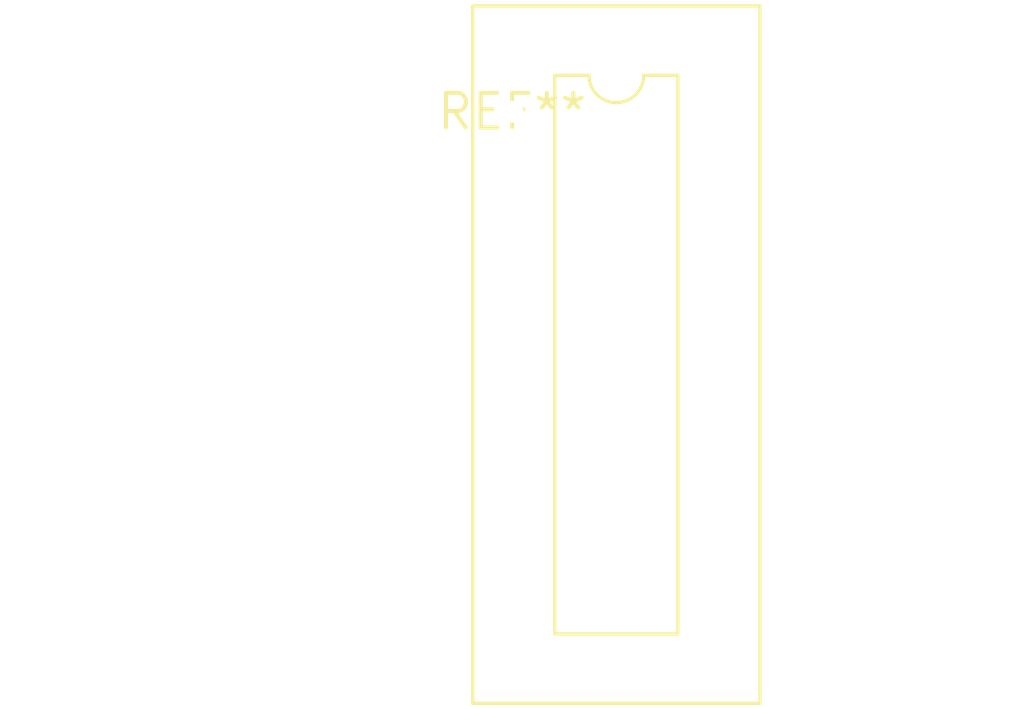
<source format=kicad_pcb>
(kicad_pcb (version 20240108) (generator pcbnew)
  (layers (0 "F.Cu" signal) (31 "B.Cu" signal) (34 "B.Paste" user) (35 "F.Paste" user) (36 "B.SilkS" user "B.Silkscreen") (37 "F.SilkS" user "F.Silkscreen") (38 "B.Mask" user) (39 "F.Mask" user) (44 "Edge.Cuts" user))
  (net 0 "")
  (footprint "DIP-8-16_W7.62mm_Socket_LongPads" (layer "F.Cu") (at 0 0)
    (property "Reference" "REF**")
    (property "Value" "DIP-8-16_W7.62mm_Socket_LongPads")
    (fp_line (start -1.44 -3.87) (end -1.44 21.65) (layer "F.SilkS") (stroke (width 0.12)))
    (fp_line (start -1.44 21.65) (end 9.06 21.65) (layer "F.SilkS") (stroke (width 0.12)))
    (fp_line (start 1.56 -1.33) (end 1.56 19.11) (layer "F.SilkS") (stroke (width 0.12)))
    (fp_line (start 1.56 19.11) (end 6.06 19.11) (layer "F.SilkS") (stroke (width 0.12)))
    (fp_line (start 2.81 -1.33) (end 1.56 -1.33) (layer "F.SilkS") (stroke (width 0.12)))
    (fp_line (start 6.06 -1.33) (end 4.81 -1.33) (layer "F.SilkS") (stroke (width 0.12)))
    (fp_line (start 6.06 19.11) (end 6.06 -1.33) (layer "F.SilkS") (stroke (width 0.12)))
    (fp_line (start 9.06 -3.87) (end -1.44 -3.87) (layer "F.SilkS") (stroke (width 0.12)))
    (fp_line (start 9.06 21.65) (end 9.06 -3.87) (layer "F.SilkS") (stroke (width 0.12)))
    (fp_arc (start 4.81 -1.33) (mid 3.81 -0.33) (end 2.81 -1.33) (layer "F.SilkS") (stroke (width 0.12)))
    (pad "1" thru_hole rect (at 0 0) (size 2.4 1.6) (drill 0.8) (layers *.Cu *.Mask) (remove_unused_layers))
    (pad "2" thru_hole oval (at 0 2.54) (size 2.4 1.6) (drill 0.8) (layers *.Cu *.Mask) (remove_unused_layers))
    (pad "3" thru_hole oval (at 0 15.24) (size 2.4 1.6) (drill 0.8) (layers *.Cu *.Mask) (remove_unused_layers))
    (pad "4" thru_hole oval (at 0 17.78) (size 2.4 1.6) (drill 0.8) (layers *.Cu *.Mask) (remove_unused_layers))
    (pad "5" thru_hole oval (at 7.62 17.78) (size 2.4 1.6) (drill 0.8) (layers *.Cu *.Mask) (remove_unused_layers))
    (pad "6" thru_hole oval (at 7.62 15.24) (size 2.4 1.6) (drill 0.8) (layers *.Cu *.Mask) (remove_unused_layers))
    (pad "7" thru_hole oval (at 7.62 2.54) (size 2.4 1.6) (drill 0.8) (layers *.Cu *.Mask) (remove_unused_layers))
    (pad "8" thru_hole oval (at 7.62 0) (size 2.4 1.6) (drill 0.8) (layers *.Cu *.Mask) (remove_unused_layers))
  )
)
</source>
